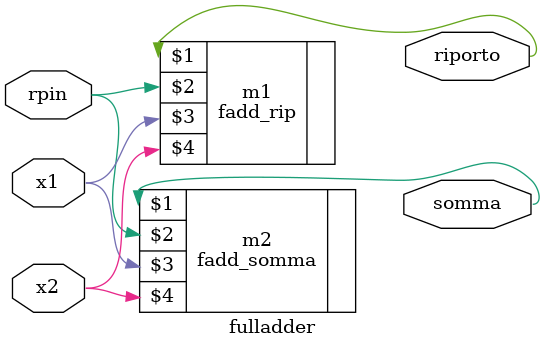
<source format=v>
module fulladder(output riporto, output somma, input rpin, input x1, input x2);

    fadd_rip m1(riporto, rpin, x1, x2);
    fadd_somma m2(somma, rpin, x1, x2);

endmodule //fulladder
</source>
